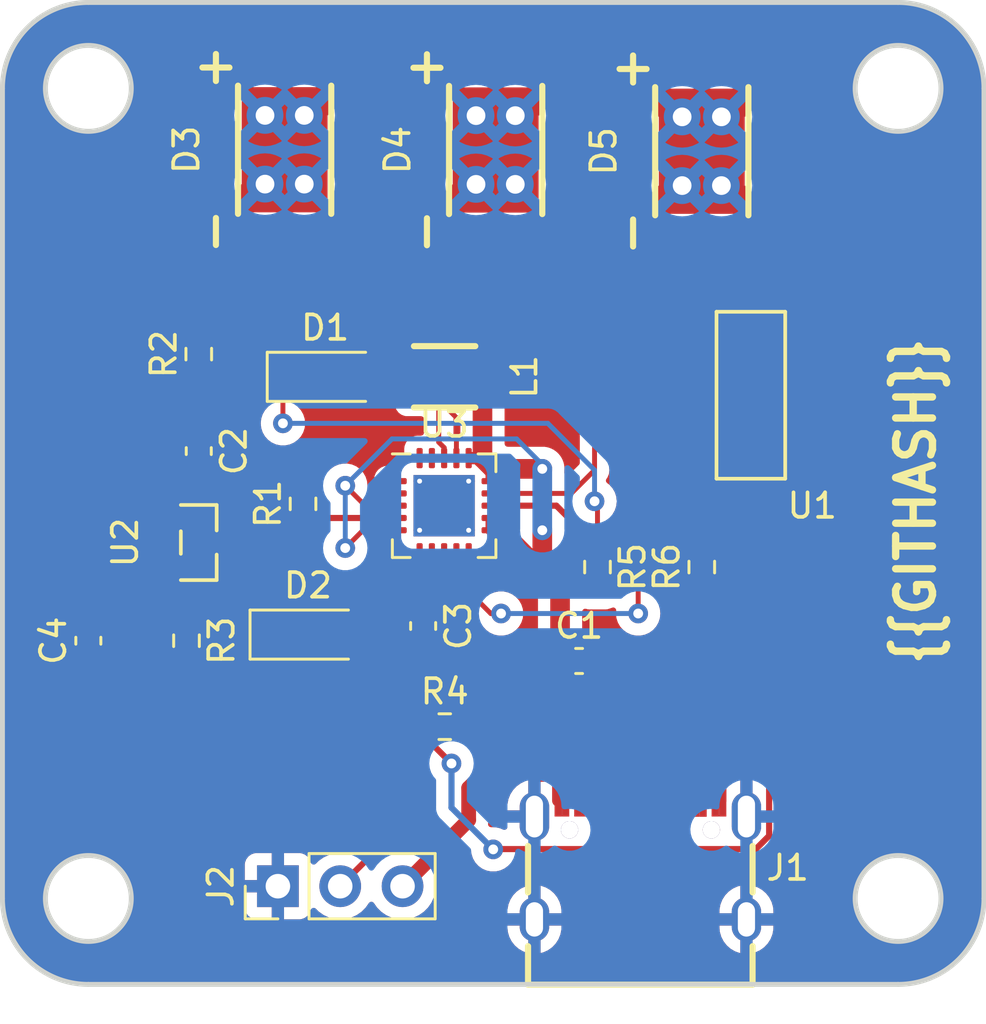
<source format=kicad_pcb>
(kicad_pcb (version 20221018) (generator pcbnew)
  (layers (0 "F.Cu" signal) (31 "B.Cu" signal) (34 "B.Paste" user) (35 "F.Paste" user) (36 "B.SilkS" user "B.Silkscreen") (37 "F.SilkS" user "F.Silkscreen") (38 "B.Mask" user) (39 "F.Mask" user) (44 "Edge.Cuts" user))
  (net 0 "")
  (net 1 "12")
  (net 2 "2")
  (net 3 "5")
  (net 4 "1")
  (net 5 "15")
  (net 6 "20")
  (net 7 "9")
  (net 8 "4")
  (net 9 "11")
  (net 10 "41")
  (net 11 "19")
  (net 12 "18")
  (net 13 "39")
  (net 14 "38")
  (net 15 "40")
  (net 16 "32")
  (net 17 "17")
  (net 18 "7")
  (net 19 "34")
  (net 20 "16")
  (footprint "bike_light_lib:USB-C-SMD_KH-TYPE-C-16P" (layer "F.Cu") (at 126 134.9325)
    (fp_text reference "J1" (at 6 0.3175) (layer "F.SilkS"))
    (fp_text value "")
    (fp_line (start -4.58 -0.57) (end -4.58 1.32) (stroke (width 0.25)) (layer "F.SilkS"))
    (fp_line (start -4.58 3.51) (end -4.58 5.08) (stroke (width 0.25)) (layer "F.SilkS"))
    (fp_line (start -4.58 5.08) (end 4.57 5.08) (stroke (width 0.25)) (layer "F.SilkS"))
    (fp_line (start 4.57 1.32) (end 4.57 -0.57) (stroke (width 0.25)) (layer "F.SilkS"))
    (fp_line (start 4.57 5.08) (end 4.57 3.51) (stroke (width 0.25)) (layer "F.SilkS"))
    (pad "" thru_hole circle (at -2.89 -1.23) (size 0.7 0.7) (drill 0.7) (layers "*.Cu" "*.Mask"))
    (pad "" thru_hole circle (at 2.89 -1.23) (size 0.7 0.7) (drill 0.7) (layers "*.Cu" "*.Mask"))
    (pad "1" thru_hole oval (at -4.32 -1.77) (size 1.2 2) (drill oval 0.700024 1.699997) (layers "*.Cu" "*.Paste" "*.Mask") (net 2 "2"))
    (pad "2" thru_hole oval (at 4.32 -1.77) (size 1.2 2) (drill oval 0.700024 1.699997) (layers "*.Cu" "*.Paste" "*.Mask") (net 2 "2"))
    (pad "3" thru_hole oval (at -4.32 2.42) (size 1.2 1.8) (drill oval 0.700024 1.399997) (layers "*.Cu" "*.Paste" "*.Mask") (net 2 "2"))
    (pad "4" thru_hole oval (at 4.32 2.42) (size 1.2 1.8) (drill oval 0.700024 1.399997) (layers "*.Cu" "*.Paste" "*.Mask") (net 2 "2"))
    (pad "A1" smd rect (at -3.35 -2.42) (size 0.3 1.3) (layers "F.Cu" "F.Paste" "F.Mask") (net 2 "2"))
    (pad "A4" smd rect (at -2.55 -2.42) (size 0.3 1.3) (layers "F.Cu" "F.Paste" "F.Mask") (net 4 "1"))
    (pad "A5" smd rect (at -1.25 -2.42) (size 0.3 1.3) (layers "F.Cu" "F.Paste" "F.Mask") (net 15 "40"))
    (pad "A6" smd rect (at -0.25 -2.42) (size 0.3 1.3) (layers "F.Cu" "F.Paste" "F.Mask") (net 14 "38"))
    (pad "A7" smd rect (at 0.25 -2.42) (size 0.3 1.3) (layers "F.Cu" "F.Paste" "F.Mask") (net 13 "39"))
    (pad "A8" smd rect (at 1.25 -2.42) (size 0.3 1.3) (layers "F.Cu" "F.Paste" "F.Mask") (net 10 "41"))
    (pad "A9" smd rect (at 2.55 -2.41) (size 0.3 1.3) (layers "F.Cu" "F.Paste" "F.Mask") (net 4 "1"))
    (pad "A12" smd rect (at 3.35 -2.42) (size 0.3 1.3) (layers "F.Cu" "F.Paste" "F.Mask") (net 2 "2"))
    (pad "B1" smd rect (at 3.05 -2.42) (size 0.3 1.3) (layers "F.Cu" "F.Paste" "F.Mask") (net 2 "2"))
    (pad "B4" smd rect (at 2.25 -2.41) (size 0.3 1.3) (layers "F.Cu" "F.Paste" "F.Mask") (net 4 "1"))
    (pad "B5" smd rect (at 1.75 -2.42) (size 0.3 1.3) (layers "F.Cu" "F.Paste" "F.Mask") (net 15 "40"))
    (pad "B6" smd rect (at 0.75 -2.42) (size 0.3 1.3) (layers "F.Cu" "F.Paste" "F.Mask") (net 14 "38"))
    (pad "B7" smd rect (at -0.75 -2.42) (size 0.3 1.3) (layers "F.Cu" "F.Paste" "F.Mask") (net 13 "39"))
    (pad "B8" smd rect (at -1.75 -2.42) (size 0.3 1.3) (layers "F.Cu" "F.Paste" "F.Mask") (net 10 "41"))
    (pad "B9" smd rect (at -2.25 -2.42) (size 0.3 1.3) (layers "F.Cu" "F.Paste" "F.Mask") (net 4 "1"))
    (pad "B12" smd rect (at -3.05 -2.42) (size 0.3 1.3) (layers "F.Cu" "F.Paste" "F.Mask") (net 2 "2"))
  )
  (footprint "Resistor_SMD:R_0603_1608Metric" (layer "F.Cu") (at 124.25 123 -90)
    (fp_text reference "R5" (at 0 -1.43 90) (layer "F.SilkS"))
    (fp_text value "1M")
    (fp_line (start -0.237258 -0.5225) (end 0.237258 -0.5225) (stroke (width 0.12)) (layer "F.SilkS"))
    (fp_line (start -0.237258 0.5225) (end 0.237258 0.5225) (stroke (width 0.12)) (layer "F.SilkS"))
    (pad "1" smd roundrect (at -0.825 0 270) (size 0.8 0.95) (layers "F.Cu" "F.Paste" "F.Mask") (net 9 "11"))
    (pad "2" smd roundrect (at 0.825 0 270) (size 0.8 0.95) (layers "F.Cu" "F.Paste" "F.Mask") (net 12 "18"))
  )
  (footprint "Resistor_SMD:R_0603_1608Metric" (layer "F.Cu") (at 112.25 120.425 90)
    (fp_text reference "R1" (at 0 -1.43 90) (layer "F.SilkS"))
    (fp_text value "6.81k")
    (fp_line (start -0.237258 -0.5225) (end 0.237258 -0.5225) (stroke (width 0.12)) (layer "F.SilkS"))
    (fp_line (start -0.237258 0.5225) (end 0.237258 0.5225) (stroke (width 0.12)) (layer "F.SilkS"))
    (pad "1" smd roundrect (at -0.825 0 90) (size 0.8 0.95) (layers "F.Cu" "F.Paste" "F.Mask") (net 5 "15"))
    (pad "2" smd roundrect (at 0.825 0 90) (size 0.8 0.95) (layers "F.Cu" "F.Paste" "F.Mask") (net 2 "2"))
  )
  (footprint "bike_light_lib:LED-SMD_3P-L7.0-W3.5_XL-C3570P5S10-62C3C2" (layer "F.Cu") (at 120.1 106.01 90)
    (fp_text reference "D4" (at 0 -4 90) (layer "F.SilkS"))
    (fp_text value "")
    (fp_line (start -3.88 -2.8) (end -2.78 -2.8) (stroke (width 0.25)) (layer "F.SilkS"))
    (fp_line (start -2.61 -1.9) (end 2.61 -1.9) (stroke (width 0.25)) (layer "F.SilkS"))
    (fp_line (start -2.61 1.9) (end 2.61 1.9) (stroke (width 0.25)) (layer "F.SilkS"))
    (fp_line (start 2.8 -2.8) (end 3.9 -2.8) (stroke (width 0.25)) (layer "F.SilkS"))
    (fp_line (start 3.35 -2.25) (end 3.35 -3.35) (stroke (width 0.25)) (layer "F.SilkS"))
    (pad "1" smd rect (at -3.34 0 90) (size 1 3.8) (layers "F.Cu" "F.Paste" "F.Mask") (net 18 "7"))
    (pad "2" thru_hole circle (at -1.4 -0.8 90) (size 1.5 1.5) (drill 0.762) (layers "*.Cu" "*.Mask") (net 2 "2"))
    (pad "2" thru_hole circle (at -1.4 0.8 90) (size 1.5 1.5) (drill 0.762) (layers "*.Cu" "*.Mask") (net 2 "2"))
    (pad "2" smd custom (at 0 0 90) (size 1 1) (layers "F.Cu" "F.Paste" "F.Mask") (net 2 "2") (options (clearance outline) (anchor circle)) (primitives (gr_poly (pts (xy -2.5 -1.7) (xy 2.5 -1.7) (xy 2.5 1.7) (xy -2.5 1.7) (xy -2.5 0.2) (xy -2.3 0) (xy -2.5 -0.2)) (width 0.1) (fill yes))))
    (pad "2" thru_hole circle (at 1.4 -0.8 90) (size 1.5 1.5) (drill 0.762) (layers "*.Cu" "*.Mask") (net 2 "2"))
    (pad "2" thru_hole circle (at 1.4 0.8 90) (size 1.5 1.5) (drill 0.762) (layers "*.Cu" "*.Mask") (net 2 "2"))
    (pad "3" smd rect (at 3.34 0 90) (size 1 3.8) (layers "F.Cu" "F.Paste" "F.Mask") (net 8 "4"))
  )
  (footprint "Capacitor_SMD:C_0603_1608Metric" (layer "F.Cu") (at 108 118.275 -90)
    (fp_text reference "C2" (at 0 -1.43 90) (layer "F.SilkS"))
    (fp_text value "10uF")
    (fp_line (start -0.14058 -0.51) (end 0.14058 -0.51) (stroke (width 0.12)) (layer "F.SilkS"))
    (fp_line (start -0.14058 0.51) (end 0.14058 0.51) (stroke (width 0.12)) (layer "F.SilkS"))
    (pad "1" smd roundrect (at -0.775 0 270) (size 0.9 0.95) (layers "F.Cu" "F.Paste" "F.Mask") (net 9 "11"))
    (pad "2" smd roundrect (at 0.775 0 270) (size 0.9 0.95) (layers "F.Cu" "F.Paste" "F.Mask") (net 2 "2"))
  )
  (footprint "Package_DFN_QFN:QFN-20-1EP_4x4mm_P0.5mm_EP2.5x2.5mm_ThermalVias" (layer "F.Cu") (at 118 120.5)
    (fp_text reference "U3" (at 0 -3.3) (layer "F.SilkS"))
    (fp_text value "")
    (fp_line (start -2.11 2.11) (end -2.11 1.385) (stroke (width 0.12)) (layer "F.SilkS"))
    (fp_line (start -1.385 -2.11) (end -2.11 -2.11) (stroke (width 0.12)) (layer "F.SilkS"))
    (fp_line (start -1.385 2.11) (end -2.11 2.11) (stroke (width 0.12)) (layer "F.SilkS"))
    (fp_line (start 1.385 -2.11) (end 2.11 -2.11) (stroke (width 0.12)) (layer "F.SilkS"))
    (fp_line (start 1.385 2.11) (end 2.11 2.11) (stroke (width 0.12)) (layer "F.SilkS"))
    (fp_line (start 2.11 -2.11) (end 2.11 -1.385) (stroke (width 0.12)) (layer "F.SilkS"))
    (fp_line (start 2.11 2.11) (end 2.11 1.385) (stroke (width 0.12)) (layer "F.SilkS"))
    (pad "1" smd roundrect (at -1.9375 -1) (size 0.825 0.25) (layers "F.Cu" "F.Paste" "F.Mask"))
    (pad "2" smd roundrect (at -1.9375 -0.5) (size 0.825 0.25) (layers "F.Cu" "F.Paste" "F.Mask"))
    (pad "3" smd roundrect (at -1.9375 0) (size 0.825 0.25) (layers "F.Cu" "F.Paste" "F.Mask") (net 4 "1"))
    (pad "4" smd roundrect (at -1.9375 0.5) (size 0.825 0.25) (layers "F.Cu" "F.Paste" "F.Mask") (net 5 "15"))
    (pad "5" smd roundrect (at -1.9375 1) (size 0.825 0.25) (layers "F.Cu" "F.Paste" "F.Mask") (net 4 "1"))
    (pad "6" smd roundrect (at -1 1.9375) (size 0.25 0.825) (layers "F.Cu" "F.Paste" "F.Mask") (net 20 "16"))
    (pad "7" smd roundrect (at -0.5 1.9375) (size 0.25 0.825) (layers "F.Cu" "F.Paste" "F.Mask") (net 17 "17"))
    (pad "8" smd roundrect (at 0 1.9375) (size 0.25 0.825) (layers "F.Cu" "F.Paste" "F.Mask") (net 12 "18"))
    (pad "9" smd roundrect (at 0.5 1.9375) (size 0.25 0.825) (layers "F.Cu" "F.Paste" "F.Mask") (net 11 "19"))
    (pad "10" smd roundrect (at 1 1.9375) (size 0.25 0.825) (layers "F.Cu" "F.Paste" "F.Mask") (net 11 "19"))
    (pad "11" smd roundrect (at 1.9375 1) (size 0.825 0.25) (layers "F.Cu" "F.Paste" "F.Mask") (net 4 "1"))
    (pad "12" smd roundrect (at 1.9375 0.5) (size 0.825 0.25) (layers "F.Cu" "F.Paste" "F.Mask") (net 4 "1"))
    (pad "13" smd roundrect (at 1.9375 0) (size 0.825 0.25) (layers "F.Cu" "F.Paste" "F.Mask") (net 9 "11"))
    (pad "14" smd roundrect (at 1.9375 -0.5) (size 0.825 0.25) (layers "F.Cu" "F.Paste" "F.Mask") (net 3 "5"))
    (pad "15" smd roundrect (at 1.9375 -1) (size 0.825 0.25) (layers "F.Cu" "F.Paste" "F.Mask") (net 4 "1"))
    (pad "16" smd roundrect (at 1 -1.9375) (size 0.25 0.825) (layers "F.Cu" "F.Paste" "F.Mask") (net 4 "1"))
    (pad "17" smd roundrect (at 0.5 -1.9375) (size 0.25 0.825) (layers "F.Cu" "F.Paste" "F.Mask") (net 2 "2"))
    (pad "18" smd roundrect (at 0 -1.9375) (size 0.25 0.825) (layers "F.Cu" "F.Paste" "F.Mask") (net 6 "20"))
    (pad "19" smd roundrect (at -0.5 -1.9375) (size 0.25 0.825) (layers "F.Cu" "F.Paste" "F.Mask"))
    (pad "20" smd roundrect (at -1 -1.9375) (size 0.25 0.825) (layers "F.Cu" "F.Paste" "F.Mask"))
    (pad "21" thru_hole circle (at -1 -1) (size 0.5 0.5) (drill 0.2) (layers "*.Cu"))
    (pad "21" thru_hole circle (at -1 1) (size 0.5 0.5) (drill 0.2) (layers "*.Cu"))
    (pad "21" smd rect (at 0 0) (size 2.5 2.5) (layers "F.Cu" "F.Mask"))
    (pad "21" smd rect (at 0 0) (size 2.5 2.5) (layers "B.Cu"))
    (pad "21" thru_hole circle (at 1 -1) (size 0.5 0.5) (drill 0.2) (layers "*.Cu"))
    (pad "21" thru_hole circle (at 1 1) (size 0.5 0.5) (drill 0.2) (layers "*.Cu"))
  )
  (footprint "Resistor_SMD:R_0603_1608Metric" (layer "F.Cu") (at 107.5 126 -90)
    (fp_text reference "R3" (at 0 -1.43 90) (layer "F.SilkS"))
    (fp_text value "2.4k")
    (fp_line (start -0.237258 -0.5225) (end 0.237258 -0.5225) (stroke (width 0.12)) (layer "F.SilkS"))
    (fp_line (start -0.237258 0.5225) (end 0.237258 0.5225) (stroke (width 0.12)) (layer "F.SilkS"))
    (pad "1" smd roundrect (at -0.825 0 270) (size 0.8 0.95) (layers "F.Cu" "F.Paste" "F.Mask") (net 16 "32"))
    (pad "2" smd roundrect (at 0.825 0 270) (size 0.8 0.95) (layers "F.Cu" "F.Paste" "F.Mask") (net 19 "34"))
  )
  (footprint "Resistor_SMD:R_0603_1608Metric" (layer "F.Cu") (at 128.5 123 90)
    (fp_text reference "R6" (at 0 -1.43 90) (layer "F.SilkS"))
    (fp_text value "41.2k")
    (fp_line (start -0.237258 -0.5225) (end 0.237258 -0.5225) (stroke (width 0.12)) (layer "F.SilkS"))
    (fp_line (start -0.237258 0.5225) (end 0.237258 0.5225) (stroke (width 0.12)) (layer "F.SilkS"))
    (pad "1" smd roundrect (at -0.825 0 90) (size 0.8 0.95) (layers "F.Cu" "F.Paste" "F.Mask") (net 12 "18"))
    (pad "2" smd roundrect (at 0.825 0 90) (size 0.8 0.95) (layers "F.Cu" "F.Paste" "F.Mask") (net 2 "2"))
  )
  (footprint "bike_light_lib:SOT-23-3_L2.9-W1.3-P1.90-LS2.4-BR" (layer "F.Cu") (at 108 122 180)
    (fp_text reference "U2" (at 3 0 90) (layer "F.SilkS"))
    (fp_text value "")
    (fp_line (start -0.73 -1.53) (end -0.73 -0.49) (stroke (width 0.15)) (layer "F.SilkS"))
    (fp_line (start -0.73 1.53) (end -0.73 0.49) (stroke (width 0.15)) (layer "F.SilkS"))
    (fp_line (start 0.73 -1.53) (end -0.73 -1.53) (stroke (width 0.15)) (layer "F.SilkS"))
    (fp_line (start 0.73 -0.46) (end 0.73 0.46) (stroke (width 0.15)) (layer "F.SilkS"))
    (fp_line (start 0.73 1.53) (end -0.73 1.53) (stroke (width 0.15)) (layer "F.SilkS"))
    (pad "1" smd rect (at 1 0.95 180) (size 1.25 0.7) (layers "F.Cu" "F.Paste" "F.Mask") (net 1 "12"))
    (pad "2" smd rect (at 1 -0.95 180) (size 1.25 0.7) (layers "F.Cu" "F.Paste" "F.Mask") (net 16 "32"))
    (pad "3" smd rect (at -1 0 180) (size 1.25 0.7) (layers "F.Cu" "F.Paste" "F.Mask") (net 17 "17"))
  )
  (footprint "Diode_SMD:D_SOD-123" (layer "F.Cu") (at 112.45 125.75)
    (fp_text reference "D2" (at 0 -2) (layer "F.SilkS"))
    (fp_text value "")
    (fp_line (start -2.36 -1) (end -2.36 1) (stroke (width 0.12)) (layer "F.SilkS"))
    (fp_line (start -2.36 -1) (end 1.65 -1) (stroke (width 0.12)) (layer "F.SilkS"))
    (fp_line (start -2.36 1) (end 1.65 1) (stroke (width 0.12)) (layer "F.SilkS"))
    (pad "1" smd roundrect (at -1.65 0) (size 0.9 1.2) (layers "F.Cu" "F.Paste" "F.Mask") (net 1 "12"))
    (pad "2" smd roundrect (at 1.65 0) (size 0.9 1.2) (layers "F.Cu" "F.Paste" "F.Mask") (net 17 "17"))
  )
  (footprint "Connector_PinHeader_2.54mm:PinHeader_1x03_P2.54mm_Vertical" (layer "F.Cu") (at 111.225 136 90)
    (fp_text reference "J2" (at 0 -2.33 90) (layer "F.SilkS"))
    (fp_text value "")
    (fp_line (start -1.33 -1.33) (end 0 -1.33) (stroke (width 0.12)) (layer "F.SilkS"))
    (fp_line (start -1.33 0) (end -1.33 -1.33) (stroke (width 0.12)) (layer "F.SilkS"))
    (fp_line (start -1.33 1.27) (end -1.33 6.41) (stroke (width 0.12)) (layer "F.SilkS"))
    (fp_line (start -1.33 1.27) (end 1.33 1.27) (stroke (width 0.12)) (layer "F.SilkS"))
    (fp_line (start -1.33 6.41) (end 1.33 6.41) (stroke (width 0.12)) (layer "F.SilkS"))
    (fp_line (start 1.33 1.27) (end 1.33 6.41) (stroke (width 0.12)) (layer "F.SilkS"))
    (pad "1" thru_hole rect (at 0 0 90) (size 1.7 1.7) (drill 1) (layers "*.Cu" "*.Mask") (net 2 "2"))
    (pad "2" thru_hole oval (at 0 2.54 90) (size 1.7 1.7) (drill 1) (layers "*.Cu" "*.Mask") (net 1 "12"))
    (pad "3" thru_hole oval (at 0 5.08 90) (size 1.7 1.7) (drill 1) (layers "*.Cu" "*.Mask") (net 4 "1"))
  )
  (footprint "Capacitor_SMD:C_0603_1608Metric" (layer "F.Cu") (at 123.5 126.825)
    (fp_text reference "C1" (at 0 -1.43) (layer "F.SilkS"))
    (fp_text value "3.3uF")
    (fp_line (start -0.14058 -0.51) (end 0.14058 -0.51) (stroke (width 0.12)) (layer "F.SilkS"))
    (fp_line (start -0.14058 0.51) (end 0.14058 0.51) (stroke (width 0.12)) (layer "F.SilkS"))
    (pad "1" smd roundrect (at -0.775 0) (size 0.9 0.95) (layers "F.Cu" "F.Paste" "F.Mask") (net 4 "1"))
    (pad "2" smd roundrect (at 0.775 0) (size 0.9 0.95) (layers "F.Cu" "F.Paste" "F.Mask") (net 2 "2"))
  )
  (footprint "bike_light_lib:SOT-223_L6.5-W3.5-P2.30-LS7.0-BR" (layer "F.Cu") (at 130.5 116 180)
    (fp_text reference "U1" (at -2.5 -4.5) (layer "F.SilkS"))
    (fp_text value "")
    (fp_line (start -1.4 -3.4) (end 1.4 -3.4) (stroke (width 0.15)) (layer "F.SilkS"))
    (fp_line (start -1.4 3.4) (end -1.4 -3.4) (stroke (width 0.15)) (layer "F.SilkS"))
    (fp_line (start 1.4 -3.4) (end 1.4 3.4) (stroke (width 0.15)) (layer "F.SilkS"))
    (fp_line (start 1.4 3.4) (end -1.4 3.4) (stroke (width 0.15)) (layer "F.SilkS"))
    (pad "1" smd rect (at 2.86 2.3 180) (size 2.46 1.05) (layers "F.Cu" "F.Paste" "F.Mask") (net 1 "12"))
    (pad "2" smd rect (at 2.86 0 180) (size 2.46 1.05) (layers "F.Cu" "F.Paste" "F.Mask") (net 7 "9"))
    (pad "3" smd rect (at 2.86 -2.3 180) (size 2.46 1.05) (layers "F.Cu" "F.Paste" "F.Mask") (net 2 "2"))
    (pad "4" smd rect (at -2.86 0 180) (size 2.46 3.54) (layers "F.Cu" "F.Paste" "F.Mask") (net 7 "9"))
  )
  (footprint "Diode_SMD:D_SOD-123" (layer "F.Cu") (at 113.15 115.25)
    (fp_text reference "D1" (at 0 -2) (layer "F.SilkS"))
    (fp_text value "")
    (fp_line (start -2.36 -1) (end -2.36 1) (stroke (width 0.12)) (layer "F.SilkS"))
    (fp_line (start -2.36 -1) (end 1.65 -1) (stroke (width 0.12)) (layer "F.SilkS"))
    (fp_line (start -2.36 1) (end 1.65 1) (stroke (width 0.12)) (layer "F.SilkS"))
    (pad "1" smd roundrect (at -1.65 0) (size 0.9 1.2) (layers "F.Cu" "F.Paste" "F.Mask") (net 9 "11"))
    (pad "2" smd roundrect (at 1.65 0) (size 0.9 1.2) (layers "F.Cu" "F.Paste" "F.Mask") (net 6 "20"))
  )
  (footprint "bike_light_lib:LED-SMD_3P-L7.0-W3.5_XL-C3570P5S10-62C3C2" (layer "F.Cu") (at 128.5 106.06 90)
    (fp_text reference "D5" (at 0 -4 90) (layer "F.SilkS"))
    (fp_text value "")
    (fp_line (start -3.88 -2.8) (end -2.78 -2.8) (stroke (width 0.25)) (layer "F.SilkS"))
    (fp_line (start -2.61 -1.9) (end 2.61 -1.9) (stroke (width 0.25)) (layer "F.SilkS"))
    (fp_line (start -2.61 1.9) (end 2.61 1.9) (stroke (width 0.25)) (layer "F.SilkS"))
    (fp_line (start 2.8 -2.8) (end 3.9 -2.8) (stroke (width 0.25)) (layer "F.SilkS"))
    (fp_line (start 3.35 -2.25) (end 3.35 -3.35) (stroke (width 0.25)) (layer "F.SilkS"))
    (pad "1" smd rect (at -3.34 0 90) (size 1 3.8) (layers "F.Cu" "F.Paste" "F.Mask") (net 7 "9"))
    (pad "2" thru_hole circle (at -1.4 -0.8 90) (size 1.5 1.5) (drill 0.762) (layers "*.Cu" "*.Mask") (net 2 "2"))
    (pad "2" thru_hole circle (at -1.4 0.8 90) (size 1.5 1.5) (drill 0.762) (layers "*.Cu" "*.Mask") (net 2 "2"))
    (pad "2" smd custom (at 0 0 90) (size 1 1) (layers "F.Cu" "F.Paste" "F.Mask") (net 2 "2") (options (clearance outline) (anchor circle)) (primitives (gr_poly (pts (xy -2.5 -1.7) (xy 2.5 -1.7) (xy 2.5 1.7) (xy -2.5 1.7) (xy -2.5 0.2) (xy -2.3 0) (xy -2.5 -0.2)) (width 0.1) (fill yes))))
    (pad "2" thru_hole circle (at 1.4 -0.8 90) (size 1.5 1.5) (drill 0.762) (layers "*.Cu" "*.Mask") (net 2 "2"))
    (pad "2" thru_hole circle (at 1.4 0.8 90) (size 1.5 1.5) (drill 0.762) (layers "*.Cu" "*.Mask") (net 2 "2"))
    (pad "3" smd rect (at 3.34 0 90) (size 1 3.8) (layers "F.Cu" "F.Paste" "F.Mask") (net 18 "7"))
  )
  (footprint "bike_light_lib:LED-SMD_3P-L7.0-W3.5_XL-C3570P5S10-62C3C2" (layer "F.Cu") (at 111.5 106 90)
    (fp_text reference "D3" (at 0 -4 90) (layer "F.SilkS"))
    (fp_text value "")
    (fp_line (start -3.88 -2.8) (end -2.78 -2.8) (stroke (width 0.25)) (layer "F.SilkS"))
    (fp_line (start -2.61 -1.9) (end 2.61 -1.9) (stroke (width 0.25)) (layer "F.SilkS"))
    (fp_line (start -2.61 1.9) (end 2.61 1.9) (stroke (width 0.25)) (layer "F.SilkS"))
    (fp_line (start 2.8 -2.8) (end 3.9 -2.8) (stroke (width 0.25)) (layer "F.SilkS"))
    (fp_line (start 3.35 -2.25) (end 3.35 -3.35) (stroke (width 0.25)) (layer "F.SilkS"))
    (pad "1" smd rect (at -3.34 0 90) (size 1 3.8) (layers "F.Cu" "F.Paste" "F.Mask") (net 8 "4"))
    (pad "2" thru_hole circle (at -1.4 -0.8 90) (size 1.5 1.5) (drill 0.762) (layers "*.Cu" "*.Mask") (net 2 "2"))
    (pad "2" thru_hole circle (at -1.4 0.8 90) (size 1.5 1.5) (drill 0.762) (layers "*.Cu" "*.Mask") (net 2 "2"))
    (pad "2" smd custom (at 0 0 90) (size 1 1) (layers "F.Cu" "F.Paste" "F.Mask") (net 2 "2") (options (clearance outline) (anchor circle)) (primitives (gr_poly (pts (xy -2.5 -1.7) (xy 2.5 -1.7) (xy 2.5 1.7) (xy -2.5 1.7) (xy -2.5 0.2) (xy -2.3 0) (xy -2.5 -0.2)) (width 0.1) (fill yes))))
    (pad "2" thru_hole circle (at 1.4 -0.8 90) (size 1.5 1.5) (drill 0.762) (layers "*.Cu" "*.Mask") (net 2 "2"))
    (pad "2" thru_hole circle (at 1.4 0.8 90) (size 1.5 1.5) (drill 0.762) (layers "*.Cu" "*.Mask") (net 2 "2"))
    (pad "3" smd rect (at 3.34 0 90) (size 1 3.8) (layers "F.Cu" "F.Paste" "F.Mask") (net 3 "5"))
  )
  (footprint "bike_light_lib:IND-SMD_L2.5-W2.0_SLW252012P" (layer "F.Cu") (at 118.02 115.25 180)
    (fp_text reference "L1" (at -3.25 0 90) (layer "F.SilkS"))
    (fp_text value "2uH")
    (fp_line (start -1.25 -1.25) (end 1.25 -1.25) (stroke (width 0.25)) (layer "F.SilkS"))
    (fp_line (start -1.25 1.25) (end 1.25 1.25) (stroke (width 0.25)) (layer "F.SilkS"))
    (pad "1" smd rect (at -1.02 0 180) (size 1 2.2) (layers "F.Cu" "F.Paste" "F.Mask") (net 4 "1"))
    (pad "2" smd rect (at 1.02 0 180) (size 1 2.2) (layers "F.Cu" "F.Paste" "F.Mask") (net 6 "20"))
  )
  (footprint "Capacitor_SMD:C_0603_1608Metric" (layer "F.Cu") (at 103.5 126 90)
    (fp_text reference "C4" (at 0 -1.43 90) (layer "F.SilkS"))
    (fp_text value "10nF")
    (fp_line (start -0.14058 -0.51) (end 0.14058 -0.51) (stroke (width 0.12)) (layer "F.SilkS"))
    (fp_line (start -0.14058 0.51) (end 0.14058 0.51) (stroke (width 0.12)) (layer "F.SilkS"))
    (pad "1" smd roundrect (at -0.775 0 90) (size 0.9 0.95) (layers "F.Cu" "F.Paste" "F.Mask") (net 19 "34"))
    (pad "2" smd roundrect (at 0.775 0 90) (size 0.9 0.95) (layers "F.Cu" "F.Paste" "F.Mask") (net 2 "2"))
  )
  (footprint "Resistor_SMD:R_0603_1608Metric" (layer "F.Cu") (at 118.025 129.5)
    (fp_text reference "R4" (at 0 -1.43) (layer "F.SilkS"))
    (fp_text value "100k")
    (fp_line (start -0.237258 -0.5225) (end 0.237258 -0.5225) (stroke (width 0.12)) (layer "F.SilkS"))
    (fp_line (start -0.237258 0.5225) (end 0.237258 0.5225) (stroke (width 0.12)) (layer "F.SilkS"))
    (pad "1" smd roundrect (at -0.825 0) (size 0.8 0.95) (layers "F.Cu" "F.Paste" "F.Mask") (net 1 "12"))
    (pad "2" smd roundrect (at 0.825 0) (size 0.8 0.95) (layers "F.Cu" "F.Paste" "F.Mask") (net 2 "2"))
  )
  (footprint "Capacitor_SMD:C_0603_1608Metric" (layer "F.Cu") (at 117.145 125.4 -90)
    (fp_text reference "C3" (at 0 -1.43 90) (layer "F.SilkS"))
    (fp_text value "33nF")
    (fp_line (start -0.14058 -0.51) (end 0.14058 -0.51) (stroke (width 0.12)) (layer "F.SilkS"))
    (fp_line (start -0.14058 0.51) (end 0.14058 0.51) (stroke (width 0.12)) (layer "F.SilkS"))
    (pad "1" smd roundrect (at -0.775 0 270) (size 0.9 0.95) (layers "F.Cu" "F.Paste" "F.Mask") (net 20 "16"))
    (pad "2" smd roundrect (at 0.775 0 270) (size 0.9 0.95) (layers "F.Cu" "F.Paste" "F.Mask") (net 2 "2"))
  )
  (footprint "Resistor_SMD:R_0603_1608Metric" (layer "F.Cu") (at 108 114.325 90)
    (fp_text reference "R2" (at 0 -1.43 90) (layer "F.SilkS"))
    (fp_text value "1R")
    (fp_line (start -0.237258 -0.5225) (end 0.237258 -0.5225) (stroke (width 0.12)) (layer "F.SilkS"))
    (fp_line (start -0.237258 0.5225) (end 0.237258 0.5225) (stroke (width 0.12)) (layer "F.SilkS"))
    (pad "1" smd roundrect (at -0.825 0 90) (size 0.8 0.95) (layers "F.Cu" "F.Paste" "F.Mask") (net 9 "11"))
    (pad "2" smd roundrect (at 0.825 0 90) (size 0.8 0.95) (layers "F.Cu" "F.Paste" "F.Mask") (net 3 "5"))
  )
  (gr_circle (center 136.5 103.5) (end 138.25 103.5) (stroke (width 0.2)) (fill none) (layer "Edge.Cuts"))
  (gr_circle (center 103.5 103.5) (end 105.25 103.5) (stroke (width 0.2)) (fill none) (layer "Edge.Cuts"))
  (gr_arc (start 140 136.5) (mid 138.974874 138.974874) (end 136.5 140) (stroke (width 0.2)) (layer "Edge.Cuts"))
  (gr_arc (start 136.5 100) (mid 138.974874 101.025126) (end 140 103.5) (stroke (width 0.2)) (layer "Edge.Cuts"))
  (gr_line (start 140 136.5) (end 140 103.5) (stroke (width 0.2)) (layer "Edge.Cuts"))
  (gr_line (start 103.5 140) (end 136.5 140) (stroke (width 0.2)) (layer "Edge.Cuts"))
  (gr_arc (start 103.5 140) (mid 101.025126 138.974874) (end 100 136.5) (stroke (width 0.2)) (layer "Edge.Cuts"))
  (gr_circle (center 103.5 136.5) (end 105.25 136.5) (stroke (width 0.2)) (fill none) (layer "Edge.Cuts"))
  (gr_circle (center 136.5 136.5) (end 138.25 136.5) (stroke (width 0.2)) (fill none) (layer "Edge.Cuts"))
  (gr_line (start 100 136.5) (end 100 103.5) (stroke (width 0.2)) (layer "Edge.Cuts"))
  (gr_arc (start 100 103.5) (mid 101.025126 101.025126) (end 103.5 100) (stroke (width 0.2)) (layer "Edge.Cuts"))
  (gr_line (start 103.5 100) (end 136.5 100) (stroke (width 0.2)) (layer "Edge.Cuts"))
  (gr_text "{{GITHASH}}" (at 138.1 120.32 90) (layer "F.SilkS") (effects (font (size 1.5 1.5) (thickness 0.3) bold) (justify bottom)))
  (segment (start 110.8 125.75) (end 107.95 122.9) (width 0.25) (layer "F.Cu") (net 1))
  (segment (start 130.45 116.51) (end 130.45 125.686396) (width 0.25) (layer "F.Cu") (net 1))
  (segment (start 131.245 133.945648) (end 130.703148 134.4875) (width 0.25) (layer "F.Cu") (net 1))
  (segment (start 117.2 132.565) (end 117.2 129.5) (width 0.25) (layer "F.Cu") (net 1))
  (segment (start 117.2 129.5) (end 114.55 129.5) (width 0.25) (layer "F.Cu") (net 1))
  (segment (start 127.64 113.7) (end 130.45 116.51) (width 0.25) (layer "F.Cu") (net 1))
  (segment (start 113.765 136) (end 117.2 132.565) (width 0.25) (layer "F.Cu") (net 1))
  (segment (start 117.2 129.5) (end 117.2 129.9) (width 0.25) (layer "F.Cu") (net 1))
  (segment (start 107.95 122) (end 107 121.05) (width 0.25) (layer "F.Cu") (net 1))
  (segment (start 130.45 125.686396) (end 131.245 126.481396) (width 0.25) (layer "F.Cu") (net 1))
  (segment (start 114.55 129.5) (end 110.8 125.75) (width 0.25) (layer "F.Cu") (net 1))
  (segment (start 117.2 129.9) (end 118.3 131) (width 0.25) (layer "F.Cu") (net 1))
  (segment (start 117.2 130.390648) (end 117.2 129.5) (width 0.25) (layer "F.Cu") (net 1))
  (segment (start 130.703148 134.4875) (end 120.0125 134.4875) (width 0.25) (layer "F.Cu") (net 1))
  (segment (start 131.245 126.481396) (end 131.245 133.945648) (width 0.25) (layer "F.Cu") (net 1))
  (segment (start 107.95 122.9) (end 107.95 122) (width 0.25) (layer "F.Cu") (net 1))
  (segment (start 120.0125 134.4875) (end 120 134.5) (width 0.25) (layer "F.Cu") (net 1))
  (via (at 120 134.5) (size 0.8) (drill 0.4) (layers "F.Cu" "B.Cu") (net 1))
  (via (at 118.3 131) (size 0.8) (drill 0.4) (layers "F.Cu" "B.Cu") (net 1))
  (segment (start 118.3 132.8) (end 120 134.5) (width 0.25) (layer "B.Cu") (net 1))
  (segment (start 118.3 131) (end 118.3 132.8) (width 0.25) (layer "B.Cu") (net 1))
  (segment (start 122.352 131.496) (end 121.844 131.496) (width 0.5) (layer "F.Cu") (net 2))
  (segment (start 118.5 118.5625) (end 118.5 116.91) (width 0.2) (layer "F.Cu") (net 2))
  (segment (start 130.32 131.336) (end 130.32 133.1625) (width 0.2) (layer "F.Cu") (net 2))
  (segment (start 113.335 118.515) (end 112.25 119.6) (width 0.2) (layer "F.Cu") (net 2))
  (segment (start 129.05 130.894) (end 129.464 130.48) (width 0.2) (layer "F.Cu") (net 2))
  (segment (start 129.464 130.48) (end 130.32 131.336) (width 0.2) (layer "F.Cu") (net 2))
  (segment (start 121.844 131.496) (end 121.68 131.66) (width 0.5) (layer "F.Cu") (net 2))
  (segment (start 118.5 116.91) (end 118.24 116.65) (width 0.2) (layer "F.Cu") (net 2))
  (segment (start 118.24 113.795) (end 117.78 113.335) (width 0.2) (layer "F.Cu") (net 2))
  (segment (start 113.335 113.97) (end 113.335 118.515) (width 0.2) (layer "F.Cu") (net 2))
  (segment (start 122.65 132.5125) (end 122.65 131.794) (width 0.5) (layer "F.Cu") (net 2))
  (segment (start 121.68 131.66) (end 121.68 133.1625) (width 0.5) (layer "F.Cu") (net 2))
  (segment (start 117.78 113.335) (end 113.97 113.335) (width 0.2) (layer "F.Cu") (net 2))
  (segment (start 122.65 131.794) (end 122.352 131.496) (width 0.5) (layer "F.Cu") (net 2))
  (segment (start 129.05 132.5125) (end 129.35 132.5125) (width 0.2) (layer "F.Cu") (net 2))
  (segment (start 129.05 132.5125) (end 129.05 130.894) (width 0.3) (layer "F.Cu") (net 2))
  (segment (start 113.97 113.335) (end 113.335 113.97) (width 0.2) (layer "F.Cu") (net 2))
  (segment (start 122.65 132.5125) (end 122.95 132.5125) (width 0.2) (layer "F.Cu") (net 2))
  (segment (start 118.24 116.65) (end 118.24 113.795) (width 0.2) (layer "F.Cu") (net 2))
  (segment (start 108 113.5) (end 109.435 112.065) (width 0.2) (layer "F.Cu") (net 3))
  (segment (start 124.13 115.9) (end 124.13 119.05) (width 0.2) (layer "F.Cu") (net 3))
  (segment (start 108 113.5) (end 108 104.663604) (width 0.8) (layer "F.Cu") (net 3))
  (segment (start 124.13 119.05) (end 123.18 120) (width 0.2) (layer "F.Cu") (net 3))
  (segment (start 123.18 120) (end 119.9375 120) (width 0.2) (layer "F.Cu") (net 3))
  (segment (start 109.435 112.065) (end 120.295 112.065) (width 0.2) (layer "F.Cu") (net 3))
  (segment (start 120.295 112.065) (end 124.13 115.9) (width 0.2) (layer "F.Cu") (net 3))
  (segment (start 110.003604 102.66) (end 111.5 102.66) (width 0.8) (layer "F.Cu") (net 3))
  (segment (start 108 104.663604) (end 110.003604 102.66) (width 0.8) (layer "F.Cu") (net 3))
  (segment (start 114.785 120.5) (end 113.97 119.685) (width 0.2) (layer "F.Cu") (net 4))
  (segment (start 116.0625 120.5) (end 114.785 120.5) (width 0.2) (layer "F.Cu") (net 4))
  (segment (start 119 132) (end 119 133.305) (width 0.6) (layer "F.Cu") (net 4))
  (segment (start 120.275 130.725) (end 119 132) (width 0.6) (layer "F.Cu") (net 4))
  (segment (start 122.725 130.725) (end 123.65 131.65) (width 0.8) (layer "F.Cu") (net 4))
  (segment (start 122.725 126.825) (end 122.725 123.725) (width 0.8) (layer "F.Cu") (net 4))
  (segment (start 119.9375 121.5) (end 119.9375 121.075) (width 0.5) (layer "F.Cu") (net 4))
  (segment (start 119 118.5625) (end 119.04 118.5225) (width 0.2) (layer "F.Cu") (net 4))
  (segment (start 122 119) (end 120 119) (width 0.8) (layer "F.Cu") (net 4))
  (segment (start 119.5625 115.7725) (end 119.5625 118.5625) (width 0.8) (layer "F.Cu") (net 4))
  (segment (start 120 119) (end 119.5625 118.5625) (width 0.8) (layer "F.Cu") (net 4))
  (segment (start 119.9375 119.0625) (end 119.9375 119.425) (width 0.5) (layer "F.Cu") (net 4))
  (segment (start 120.5 121.5) (end 119.9375 121.5) (width 0.5) (layer "F.Cu") (net 4))
  (segment (start 114.695 121.5) (end 113.97 122.225) (width 0.2) (layer "F.Cu") (net 4))
  (segment (start 122.725 123.725) (end 122 123) (width 0.8) (layer "F.Cu") (net 4))
  (segment (start 123.65 131.65) (end 123.65 132.5125) (width 0.5) (layer "F.Cu") (net 4))
  (segment (start 122.725 130.725) (end 120.275 130.725) (width 0.6) (layer "F.Cu") (net 4))
  (segment (start 122.725 126.825) (end 122.725 130.725) (width 0.8) (layer "F.Cu") (net 4))
  (segment (start 128.55 132.5225) (end 128.25 132.5225) (width 0.2) (layer "F.Cu") (net 4))
  (segment (start 122.725 123.725) (end 120.5 121.5) (width 0.5) (layer "F.Cu") (net 4))
  (segment (start 119.04 115.25) (end 119.5625 115.7725) (width 0.8) (layer "F.Cu") (net 4))
  (segment (start 119 133.305) (end 116.305 136) (width 0.6) (layer "F.Cu") (net 4))
  (segment (start 116.0625 121.5) (end 114.695 121.5) (width 0.2) (layer "F.Cu") (net 4))
  (segment (start 119.5625 118.5625) (end 119.075 118.5625) (width 0.5) (layer "F.Cu") (net 4))
  (segment (start 120 119) (end 119.9375 119.0625) (width 0.5) (layer "F.Cu") (net 4))
  (segment (start 122 123) (end 122 121.5) (width 0.8) (layer "F.Cu") (net 4))
  (via (at 113.97 119.685) (size 0.8) (drill 0.4) (layers "F.Cu" "B.Cu") (net 4))
  (via (at 122 119) (size 0.8) (drill 0.4) (layers "F.Cu" "B.Cu") (net 4))
  (via (at 113.97 122.225) (size 0.8) (drill 0.4) (layers "F.Cu" "B.Cu") (net 4))
  (via (at 122 121.5) (size 0.8) (drill 0.4) (layers "F.Cu" "B.Cu") (net 4))
  (segment (start 122 121.5) (end 122 119) (width 0.8) (layer "B.Cu") (net 4))
  (segment (start 115.875 117.78) (end 120.955 117.78) (width 0.2) (layer "B.Cu") (net 4))
  (segment (start 113.97 119.685) (end 115.875 117.78) (width 0.2) (layer "B.Cu") (net 4))
  (segment (start 120.955 117.78) (end 122 118.825) (width 0.2) (layer "B.Cu") (net 4))
  (segment (start 113.97 119.685) (end 113.97 122.225) (width 0.2) (layer "B.Cu") (net 4))
  (segment (start 122 118.825) (end 122 119) (width 0.2) (layer "B.Cu") (net 4))
  (segment (start 112.5 121) (end 112.25 121.25) (width 0.25) (layer "F.Cu") (net 5))
  (segment (start 116.0625 121) (end 112.5 121) (width 0.25) (layer "F.Cu") (net 5))
  (segment (start 117.78 116.03) (end 117 115.25) (width 0.2) (layer "F.Cu") (net 6))
  (segment (start 117.78 117.9125) (end 117.78 116.03) (width 0.2) (layer "F.Cu") (net 6))
  (segment (start 118 118.1325) (end 117.78 117.9125) (width 0.2) (layer "F.Cu") (net 6))
  (segment (start 117 115.25) (end 114.8 115.25) (width 0.8) (layer "F.Cu") (net 6))
  (segment (start 118 118.5625) (end 118 118.1325) (width 0.2) (layer "F.Cu") (net 6))
  (segment (start 125.4 114.465) (end 125.4 112.5) (width 0.8) (layer "F.Cu") (net 7))
  (segment (start 126.935 116) (end 125.4 114.465) (width 0.8) (layer "F.Cu") (net 7))
  (segment (start 133.02 112.7) (end 133.36 113.04) (width 0.8) (layer "F.Cu") (net 7))
  (segment (start 125.4 112.5) (end 128.5 109.4) (width 0.8) (layer "F.Cu") (net 7))
  (segment (start 133.36 113.04) (end 133.36 116) (width 0.8) (layer "F.Cu") (net 7))
  (segment (start 128.5 109.4) (end 131.8 112.7) (width 0.8) (layer "F.Cu") (net 7))
  (segment (start 127.64 116) (end 126.935 116) (width 0.8) (layer "F.Cu") (net 7))
  (segment (start 131.8 112.7) (end 133.02 112.7) (width 0.8) (layer "F.Cu") (net 7))
  (segment (start 117.65 102.67) (end 120.1 102.67) (width 0.8) (layer "F.Cu") (net 8))
  (segment (start 115.24 107.9) (end 115.24 105.08) (width 0.8) (layer "F.Cu") (net 8))
  (segment (start 115.24 105.08) (end 117.65 102.67) (width 0.8) (layer "F.Cu") (net 8))
  (segment (start 113.8 109.34) (end 115.24 107.9) (width 0.8) (layer "F.Cu") (net 8))
  (segment (start 111.5 109.34) (end 113.8 109.34) (width 0.8) (layer "F.Cu") (net 8))
  (segment (start 124.25 120.44) (end 124.25 122.175) (width 0.2) (layer "F.Cu") (net 9))
  (segment (start 111.43 117.145) (end 111.43 115.25) (width 0.2) (layer "F.Cu") (net 9))
  (segment (start 108.1 115.25) (end 108 115.15) (width 0.25) (layer "F.Cu") (net 9))
  (segment (start 111.43 115.25) (end 108.1 115.25) (width 0.8) (layer "F.Cu") (net 9))
  (segment (start 124.13 120.32) (end 124.25 120.44) (width 0.2) (layer "F.Cu") (net 9))
  (segment (start 108 115.15) (end 108 117.5) (width 0.8) (layer "F.Cu") (net 9))
  (segment (start 111.5 115.25) (end 111.43 115.25) (width 0.4) (layer "F.Cu") (net 9))
  (segment (start 122.575 120.5) (end 124.25 122.175) (width 0.25) (layer "F.Cu") (net 9))
  (segment (start 119.9375 120.5) (end 122.575 120.5) (width 0.25) (layer "F.Cu") (net 9))
  (via (at 124.13 120.32) (size 0.8) (drill 0.4) (layers "F.Cu" "B.Cu") (net 9))
  (via (at 111.43 117.145) (size 0.8) (drill 0.4) (layers "F.Cu" "B.Cu") (net 9))
  (segment (start 111.43 117.145) (end 122.225 117.145) (width 0.2) (layer "B.Cu") (net 9))
  (segment (start 122.225 117.145) (end 124.13 119.05) (width 0.2) (layer "B.Cu") (net 9))
  (segment (start 124.13 119.05) (end 124.13 120.32) (width 0.2) (layer "B.Cu") (net 9))
  (segment (start 118.5 122.4375) (end 119 122.4375) (width 0.2) (layer "F.Cu") (net 11))
  (segment (start 118 122.4375) (end 118 122.991143) (width 0.2) (layer "F.Cu") (net 12))
  (segment (start 124.25 123.825) (end 125.908 123.825) (width 0.25) (layer "F.Cu") (net 12))
  (segment (start 125.908 124.892) (end 125.908 123.825) (width 0.2) (layer "F.Cu") (net 12))
  (segment (start 118 122.991143) (end 119.900857 124.892) (width 0.2) (layer "F.Cu") (net 12))
  (segment (start 125.908 123.825) (end 128.5 123.825) (width 0.25) (layer "F.Cu") (net 12))
  (segment (start 119.900857 124.892) (end 120.32 124.892) (width 0.2) (layer "F.Cu") (net 12))
  (via (at 125.908 124.892) (size 0.8) (drill 0.4) (layers "F.Cu" "B.Cu") (net 12))
  (via (at 120.32 124.892) (size 0.8) (drill 0.4) (layers "F.Cu" "B.Cu") (net 12))
  (segment (start 120.32 124.892) (end 125.908 124.892) (width 0.2) (layer "B.Cu") (net 12))
  (segment (start 107 124.675) (end 107.5 125.175) (width 0.25) (layer "F.Cu") (net 16))
  (segment (start 107 122.95) (end 107 124.675) (width 0.25) (layer "F.Cu") (net 16))
  (segment (start 110.35 122) (end 114.1 125.75) (width 0.25) (layer "F.Cu") (net 17))
  (segment (start 118.288 124.892) (end 118.288 123.880183) (width 0.25) (layer "F.Cu") (net 17))
  (segment (start 118.288 123.880183) (end 117.5 123.092183) (width 0.25) (layer "F.Cu") (net 17))
  (segment (start 109 122) (end 110.35 122) (width 0.25) (layer "F.Cu") (net 17))
  (segment (start 117.5 123.092183) (end 117.5 122.4375) (width 0.25) (layer "F.Cu") (net 17))
  (segment (start 114.45 125.4) (end 117.78 125.4) (width 0.25) (layer "F.Cu") (net 17))
  (segment (start 117.78 125.4) (end 118.288 124.892) (width 0.25) (layer "F.Cu") (net 17))
  (segment (start 114.1 125.75) (end 114.45 125.4) (width 0.25) (layer "F.Cu") (net 17))
  (segment (start 122.86 108.89) (end 122.86 105.08) (width 0.8) (layer "F.Cu") (net 18))
  (segment (start 122.86 105.08) (end 125.22 102.72) (width 0.8) (layer "F.Cu") (net 18))
  (segment (start 120.1 109.35) (end 122.4 109.35) (width 0.8) (layer "F.Cu") (net 18))
  (segment (start 125.22 102.72) (end 128.5 102.72) (width 0.8) (layer "F.Cu") (net 18))
  (segment (start 122.4 109.35) (end 122.86 108.89) (width 0.8) (layer "F.Cu") (net 18))
  (segment (start 107.5 126.825) (end 103.55 126.825) (width 0.25) (layer "F.Cu") (net 19))
  (segment (start 103.55 126.825) (end 103.5 126.775) (width 0.25) (layer "F.Cu") (net 19))
  (segment (start 117 124.48) (end 117.145 124.625) (width 0.25) (layer "F.Cu") (net 20))
  (segment (start 117 122.4375) (end 117 123.845) (width 0.25) (layer "F.Cu") (net 20))
  (segment (start 117 123.845) (end 117 124.48) (width 0.25) (layer "F.Cu") (net 20))
  (zone (net 2) (net_name "2") (layers "F&B.Cu") (connect_pads (clearance 0.5)) (min_thickness 0.25) (fill yes (thermal_gap 0.5) (thermal_bridge_width 0.5))
    (polygon (pts (xy 100 100) (xy 100 140) (xy 140 140) (xy 140 100)))
  )
)
</source>
